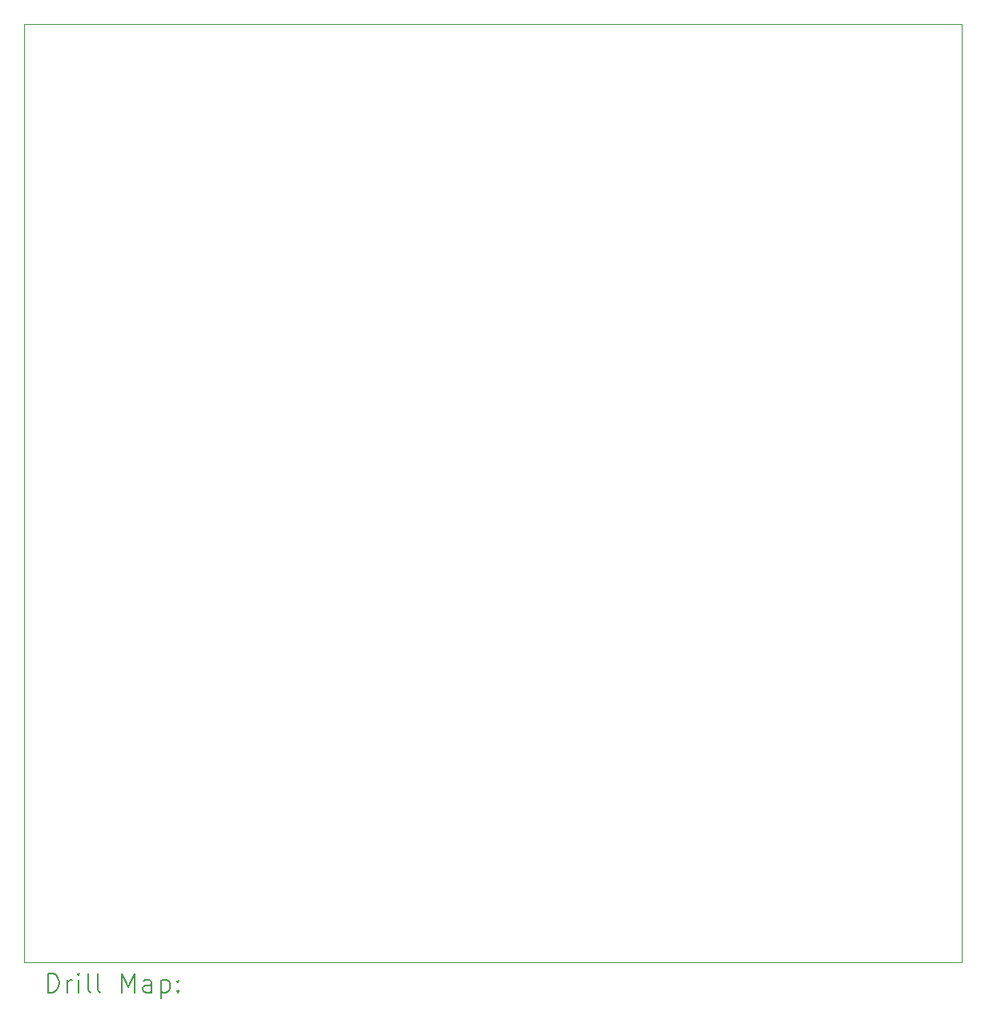
<source format=gbr>
%TF.GenerationSoftware,KiCad,Pcbnew,8.0.4*%
%TF.CreationDate,2024-09-22T21:35:40-05:00*%
%TF.ProjectId,QuadCom_8b,51756164-436f-46d5-9f38-622e6b696361,rev?*%
%TF.SameCoordinates,Original*%
%TF.FileFunction,Drillmap*%
%TF.FilePolarity,Positive*%
%FSLAX45Y45*%
G04 Gerber Fmt 4.5, Leading zero omitted, Abs format (unit mm)*
G04 Created by KiCad (PCBNEW 8.0.4) date 2024-09-22 21:35:40*
%MOMM*%
%LPD*%
G01*
G04 APERTURE LIST*
%ADD10C,0.050000*%
%ADD11C,0.200000*%
G04 APERTURE END LIST*
D10*
X7620000Y-12700000D02*
X17526000Y-12700000D01*
X17526000Y-12700000D02*
X17526000Y-2794000D01*
X17526000Y-2794000D02*
X7620000Y-2794000D01*
X7620000Y-2794000D02*
X7620000Y-12700000D01*
D11*
X7878277Y-13013984D02*
X7878277Y-12813984D01*
X7878277Y-12813984D02*
X7925896Y-12813984D01*
X7925896Y-12813984D02*
X7954467Y-12823508D01*
X7954467Y-12823508D02*
X7973515Y-12842555D01*
X7973515Y-12842555D02*
X7983039Y-12861603D01*
X7983039Y-12861603D02*
X7992562Y-12899698D01*
X7992562Y-12899698D02*
X7992562Y-12928269D01*
X7992562Y-12928269D02*
X7983039Y-12966365D01*
X7983039Y-12966365D02*
X7973515Y-12985412D01*
X7973515Y-12985412D02*
X7954467Y-13004460D01*
X7954467Y-13004460D02*
X7925896Y-13013984D01*
X7925896Y-13013984D02*
X7878277Y-13013984D01*
X8078277Y-13013984D02*
X8078277Y-12880650D01*
X8078277Y-12918746D02*
X8087801Y-12899698D01*
X8087801Y-12899698D02*
X8097324Y-12890174D01*
X8097324Y-12890174D02*
X8116372Y-12880650D01*
X8116372Y-12880650D02*
X8135420Y-12880650D01*
X8202086Y-13013984D02*
X8202086Y-12880650D01*
X8202086Y-12813984D02*
X8192562Y-12823508D01*
X8192562Y-12823508D02*
X8202086Y-12833031D01*
X8202086Y-12833031D02*
X8211610Y-12823508D01*
X8211610Y-12823508D02*
X8202086Y-12813984D01*
X8202086Y-12813984D02*
X8202086Y-12833031D01*
X8325896Y-13013984D02*
X8306848Y-13004460D01*
X8306848Y-13004460D02*
X8297324Y-12985412D01*
X8297324Y-12985412D02*
X8297324Y-12813984D01*
X8430658Y-13013984D02*
X8411610Y-13004460D01*
X8411610Y-13004460D02*
X8402086Y-12985412D01*
X8402086Y-12985412D02*
X8402086Y-12813984D01*
X8659229Y-13013984D02*
X8659229Y-12813984D01*
X8659229Y-12813984D02*
X8725896Y-12956841D01*
X8725896Y-12956841D02*
X8792563Y-12813984D01*
X8792563Y-12813984D02*
X8792563Y-13013984D01*
X8973515Y-13013984D02*
X8973515Y-12909222D01*
X8973515Y-12909222D02*
X8963991Y-12890174D01*
X8963991Y-12890174D02*
X8944944Y-12880650D01*
X8944944Y-12880650D02*
X8906848Y-12880650D01*
X8906848Y-12880650D02*
X8887801Y-12890174D01*
X8973515Y-13004460D02*
X8954467Y-13013984D01*
X8954467Y-13013984D02*
X8906848Y-13013984D01*
X8906848Y-13013984D02*
X8887801Y-13004460D01*
X8887801Y-13004460D02*
X8878277Y-12985412D01*
X8878277Y-12985412D02*
X8878277Y-12966365D01*
X8878277Y-12966365D02*
X8887801Y-12947317D01*
X8887801Y-12947317D02*
X8906848Y-12937793D01*
X8906848Y-12937793D02*
X8954467Y-12937793D01*
X8954467Y-12937793D02*
X8973515Y-12928269D01*
X9068753Y-12880650D02*
X9068753Y-13080650D01*
X9068753Y-12890174D02*
X9087801Y-12880650D01*
X9087801Y-12880650D02*
X9125896Y-12880650D01*
X9125896Y-12880650D02*
X9144944Y-12890174D01*
X9144944Y-12890174D02*
X9154467Y-12899698D01*
X9154467Y-12899698D02*
X9163991Y-12918746D01*
X9163991Y-12918746D02*
X9163991Y-12975888D01*
X9163991Y-12975888D02*
X9154467Y-12994936D01*
X9154467Y-12994936D02*
X9144944Y-13004460D01*
X9144944Y-13004460D02*
X9125896Y-13013984D01*
X9125896Y-13013984D02*
X9087801Y-13013984D01*
X9087801Y-13013984D02*
X9068753Y-13004460D01*
X9249705Y-12994936D02*
X9259229Y-13004460D01*
X9259229Y-13004460D02*
X9249705Y-13013984D01*
X9249705Y-13013984D02*
X9240182Y-13004460D01*
X9240182Y-13004460D02*
X9249705Y-12994936D01*
X9249705Y-12994936D02*
X9249705Y-13013984D01*
X9249705Y-12890174D02*
X9259229Y-12899698D01*
X9259229Y-12899698D02*
X9249705Y-12909222D01*
X9249705Y-12909222D02*
X9240182Y-12899698D01*
X9240182Y-12899698D02*
X9249705Y-12890174D01*
X9249705Y-12890174D02*
X9249705Y-12909222D01*
M02*

</source>
